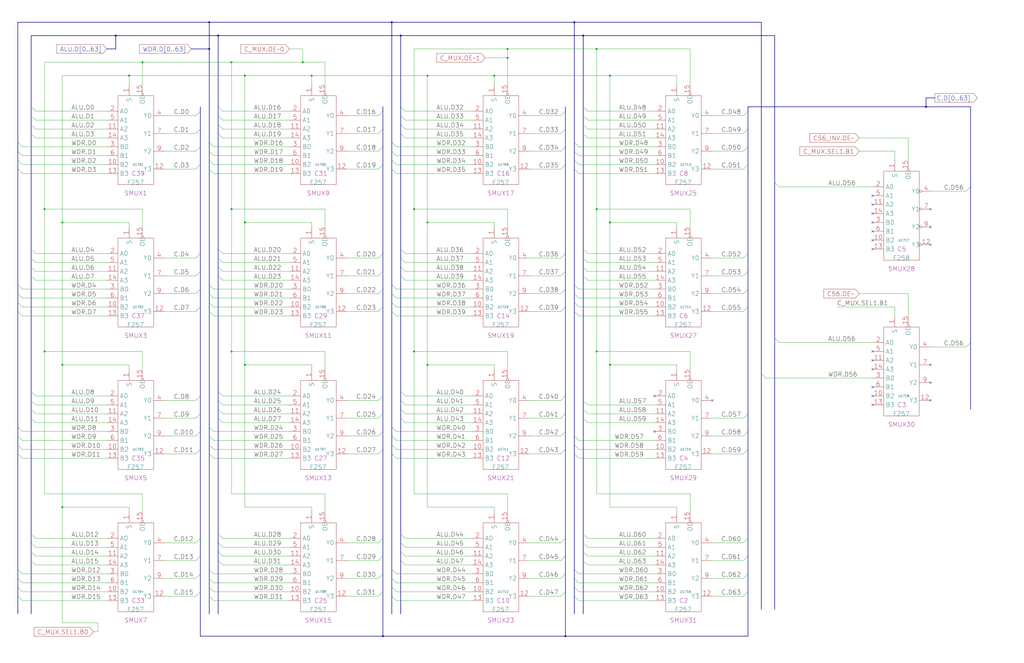
<source format=kicad_sch>
(kicad_sch (version 20221004) (generator eeschema)
  (paper "User" 584.2 378.46)
  (title_block (title "C SOURCE MUX") (date "15-MAR-90") (rev "1.0") (comment 1 "TYPE") (comment 2 "232-003062") (comment 3 "S400") (comment 4 "RELEASED"))
  (junction (at 81.28 35.56))
  (junction (at 347.98 127))
  (junction (at 243.84 127))
  (junction (at 289.56 27.94))
  (junction (at 243.84 43.18))
  (junction (at 139.7 43.18))
  (junction (at 332.74 20.32))
  (junction (at 289.56 33.02))
  (junction (at 347.98 208.28))
  (junction (at 218.44 363.22))
  (junction (at 35.56 127))
  (junction (at 25.4 200.66))
  (junction (at 119.38 27.94))
  (junction (at 340.36 27.94))
  (junction (at 73.66 43.18))
  (junction (at 177.8 43.18))
  (junction (at 340.36 119.38))
  (junction (at 119.38 12.7))
  (junction (at 243.84 208.28))
  (junction (at 132.08 200.66))
  (junction (at 327.66 12.7))
  (junction (at 228.6 20.32))
  (junction (at 25.4 119.38))
  (junction (at 172.72 35.56))
  (junction (at 347.98 43.18))
  (junction (at 139.7 208.28))
  (junction (at 322.58 363.22))
  (junction (at 281.94 43.18))
  (junction (at 528.32 60.96))
  (junction (at 223.52 12.7))
  (junction (at 35.56 289.56))
  (junction (at 340.36 200.66))
  (junction (at 35.56 208.28))
  (junction (at 132.08 119.38))
  (junction (at 124.46 20.32))
  (junction (at 132.08 35.56))
  (junction (at 236.22 119.38))
  (junction (at 66.04 20.32))
  (junction (at 139.7 127))
  (junction (at 236.22 200.66))
  (no_connect (at 497.84 111.76))
  (no_connect (at 497.84 142.24))
  (no_connect (at 373.38 226.06))
  (no_connect (at 497.84 137.16))
  (no_connect (at 373.38 246.38))
  (no_connect (at 530.86 129.54))
  (no_connect (at 497.84 200.66))
  (no_connect (at 530.86 119.38))
  (no_connect (at 530.86 139.7))
  (no_connect (at 497.84 220.98))
  (no_connect (at 530.86 228.6))
  (no_connect (at 497.84 231.14))
  (no_connect (at 497.84 121.92))
  (no_connect (at 497.84 132.08))
  (no_connect (at 530.86 218.44))
  (no_connect (at 497.84 127))
  (no_connect (at 530.86 208.28))
  (no_connect (at 497.84 116.84))
  (no_connect (at 497.84 210.82))
  (no_connect (at 497.84 205.74))
  (no_connect (at 406.4 228.6))
  (no_connect (at 497.84 226.06))
  (bus_entry (at 228.6 60.96) (size 2.54 2.54))
  (bus_entry (at 228.6 228.6) (size 2.54 2.54))
  (bus_entry (at 332.74 152.4) (size 2.54 2.54))
  (bus_entry (at 327.66 91.44) (size 2.54 2.54))
  (bus_entry (at 332.74 71.12) (size 2.54 2.54))
  (bus_entry (at 228.6 152.4) (size 2.54 2.54))
  (bus_entry (at 426.72 327.66) (size -2.54 2.54))
  (bus_entry (at 322.58 327.66) (size -2.54 2.54))
  (bus_entry (at 322.58 226.06) (size -2.54 2.54))
  (bus_entry (at 228.6 314.96) (size 2.54 2.54))
  (bus_entry (at 223.52 325.12) (size 2.54 2.54))
  (bus_entry (at 10.16 335.28) (size 2.54 2.54))
  (bus_entry (at 124.46 320.04) (size 2.54 2.54))
  (bus_entry (at 441.96 104.14) (size 2.54 2.54))
  (bus_entry (at 322.58 154.94) (size -2.54 2.54))
  (bus_entry (at 332.74 304.8) (size 2.54 2.54))
  (bus_entry (at 10.16 167.64) (size 2.54 2.54))
  (bus_entry (at 17.78 60.96) (size 2.54 2.54))
  (bus_entry (at 10.16 86.36) (size 2.54 2.54))
  (bus_entry (at 10.16 162.56) (size 2.54 2.54))
  (bus_entry (at 119.38 259.08) (size 2.54 2.54))
  (bus_entry (at 426.72 63.5) (size -2.54 2.54))
  (bus_entry (at 124.46 152.4) (size 2.54 2.54))
  (bus_entry (at 228.6 142.24) (size 2.54 2.54))
  (bus_entry (at 17.78 309.88) (size 2.54 2.54))
  (bus_entry (at 322.58 307.34) (size -2.54 2.54))
  (bus_entry (at 119.38 86.36) (size 2.54 2.54))
  (bus_entry (at 17.78 233.68) (size 2.54 2.54))
  (bus_entry (at 124.46 238.76) (size 2.54 2.54))
  (bus_entry (at 441.96 193.04) (size 2.54 2.54))
  (bus_entry (at 218.44 256.54) (size -2.54 2.54))
  (bus_entry (at 17.78 320.04) (size 2.54 2.54))
  (bus_entry (at 327.66 254) (size 2.54 2.54))
  (bus_entry (at 119.38 177.8) (size 2.54 2.54))
  (bus_entry (at 218.44 307.34) (size -2.54 2.54))
  (bus_entry (at 322.58 236.22) (size -2.54 2.54))
  (bus_entry (at 218.44 175.26) (size -2.54 2.54))
  (bus_entry (at 223.52 259.08) (size 2.54 2.54))
  (bus_entry (at 114.3 144.78) (size -2.54 2.54))
  (bus_entry (at 119.38 162.56) (size 2.54 2.54))
  (bus_entry (at 426.72 93.98) (size -2.54 2.54))
  (bus_entry (at 327.66 340.36) (size 2.54 2.54))
  (bus_entry (at 332.74 60.96) (size 2.54 2.54))
  (bus_entry (at 228.6 304.8) (size 2.54 2.54))
  (bus_entry (at 223.52 330.2) (size 2.54 2.54))
  (bus_entry (at 327.66 96.52) (size 2.54 2.54))
  (bus_entry (at 332.74 233.68) (size 2.54 2.54))
  (bus_entry (at 228.6 71.12) (size 2.54 2.54))
  (bus_entry (at 223.52 340.36) (size 2.54 2.54))
  (bus_entry (at 327.66 259.08) (size 2.54 2.54))
  (bus_entry (at 124.46 157.48) (size 2.54 2.54))
  (bus_entry (at 228.6 66.04) (size 2.54 2.54))
  (bus_entry (at 10.16 248.92) (size 2.54 2.54))
  (bus_entry (at 218.44 154.94) (size -2.54 2.54))
  (bus_entry (at 218.44 73.66) (size -2.54 2.54))
  (bus_entry (at 218.44 93.98) (size -2.54 2.54))
  (bus_entry (at 223.52 81.28) (size 2.54 2.54))
  (bus_entry (at 332.74 147.32) (size 2.54 2.54))
  (bus_entry (at 114.3 327.66) (size -2.54 2.54))
  (bus_entry (at 124.46 147.32) (size 2.54 2.54))
  (bus_entry (at 17.78 223.52) (size 2.54 2.54))
  (bus_entry (at 332.74 66.04) (size 2.54 2.54))
  (bus_entry (at 218.44 246.38) (size -2.54 2.54))
  (bus_entry (at 223.52 86.36) (size 2.54 2.54))
  (bus_entry (at 327.66 172.72) (size 2.54 2.54))
  (bus_entry (at 114.3 83.82) (size -2.54 2.54))
  (bus_entry (at 426.72 175.26) (size -2.54 2.54))
  (bus_entry (at 114.3 317.5) (size -2.54 2.54))
  (bus_entry (at 434.34 213.36) (size 2.54 2.54))
  (bus_entry (at 426.72 83.82) (size -2.54 2.54))
  (bus_entry (at 119.38 172.72) (size 2.54 2.54))
  (bus_entry (at 327.66 162.56) (size 2.54 2.54))
  (bus_entry (at 322.58 93.98) (size -2.54 2.54))
  (bus_entry (at 223.52 91.44) (size 2.54 2.54))
  (bus_entry (at 332.74 157.48) (size 2.54 2.54))
  (bus_entry (at 17.78 238.76) (size 2.54 2.54))
  (bus_entry (at 327.66 330.2) (size 2.54 2.54))
  (bus_entry (at 327.66 177.8) (size 2.54 2.54))
  (bus_entry (at 124.46 76.2) (size 2.54 2.54))
  (bus_entry (at 114.3 165.1) (size -2.54 2.54))
  (bus_entry (at 119.38 340.36) (size 2.54 2.54))
  (bus_entry (at 228.6 147.32) (size 2.54 2.54))
  (bus_entry (at 119.38 335.28) (size 2.54 2.54))
  (bus_entry (at 124.46 304.8) (size 2.54 2.54))
  (bus_entry (at 17.78 142.24) (size 2.54 2.54))
  (bus_entry (at 119.38 81.28) (size 2.54 2.54))
  (bus_entry (at 218.44 317.5) (size -2.54 2.54))
  (bus_entry (at 17.78 147.32) (size 2.54 2.54))
  (bus_entry (at 17.78 66.04) (size 2.54 2.54))
  (bus_entry (at 332.74 228.6) (size 2.54 2.54))
  (bus_entry (at 218.44 165.1) (size -2.54 2.54))
  (bus_entry (at 228.6 309.88) (size 2.54 2.54))
  (bus_entry (at 322.58 144.78) (size -2.54 2.54))
  (bus_entry (at 119.38 91.44) (size 2.54 2.54))
  (bus_entry (at 426.72 317.5) (size -2.54 2.54))
  (bus_entry (at 426.72 144.78) (size -2.54 2.54))
  (bus_entry (at 327.66 86.36) (size 2.54 2.54))
  (bus_entry (at 114.3 93.98) (size -2.54 2.54))
  (bus_entry (at 322.58 337.82) (size -2.54 2.54))
  (bus_entry (at 10.16 259.08) (size 2.54 2.54))
  (bus_entry (at 114.3 337.82) (size -2.54 2.54))
  (bus_entry (at 332.74 309.88) (size 2.54 2.54))
  (bus_entry (at 114.3 154.94) (size -2.54 2.54))
  (bus_entry (at 17.78 71.12) (size 2.54 2.54))
  (bus_entry (at 10.16 81.28) (size 2.54 2.54))
  (bus_entry (at 223.52 243.84) (size 2.54 2.54))
  (bus_entry (at 114.3 256.54) (size -2.54 2.54))
  (bus_entry (at 426.72 165.1) (size -2.54 2.54))
  (bus_entry (at 10.16 172.72) (size 2.54 2.54))
  (bus_entry (at 17.78 304.8) (size 2.54 2.54))
  (bus_entry (at 17.78 76.2) (size 2.54 2.54))
  (bus_entry (at 322.58 256.54) (size -2.54 2.54))
  (bus_entry (at 119.38 330.2) (size 2.54 2.54))
  (bus_entry (at 426.72 236.22) (size -2.54 2.54))
  (bus_entry (at 322.58 63.5) (size -2.54 2.54))
  (bus_entry (at 426.72 73.66) (size -2.54 2.54))
  (bus_entry (at 218.44 144.78) (size -2.54 2.54))
  (bus_entry (at 10.16 243.84) (size 2.54 2.54))
  (bus_entry (at 223.52 167.64) (size 2.54 2.54))
  (bus_entry (at 10.16 91.44) (size 2.54 2.54))
  (bus_entry (at 124.46 228.6) (size 2.54 2.54))
  (bus_entry (at 223.52 254) (size 2.54 2.54))
  (bus_entry (at 10.16 254) (size 2.54 2.54))
  (bus_entry (at 426.72 256.54) (size -2.54 2.54))
  (bus_entry (at 114.3 175.26) (size -2.54 2.54))
  (bus_entry (at 553.72 106.68) (size -2.54 2.54))
  (bus_entry (at 322.58 83.82) (size -2.54 2.54))
  (bus_entry (at 322.58 175.26) (size -2.54 2.54))
  (bus_entry (at 332.74 142.24) (size 2.54 2.54))
  (bus_entry (at 124.46 142.24) (size 2.54 2.54))
  (bus_entry (at 223.52 177.8) (size 2.54 2.54))
  (bus_entry (at 10.16 177.8) (size 2.54 2.54))
  (bus_entry (at 114.3 236.22) (size -2.54 2.54))
  (bus_entry (at 228.6 320.04) (size 2.54 2.54))
  (bus_entry (at 223.52 96.52) (size 2.54 2.54))
  (bus_entry (at 114.3 226.06) (size -2.54 2.54))
  (bus_entry (at 114.3 73.66) (size -2.54 2.54))
  (bus_entry (at 218.44 327.66) (size -2.54 2.54))
  (bus_entry (at 119.38 248.92) (size 2.54 2.54))
  (bus_entry (at 327.66 81.28) (size 2.54 2.54))
  (bus_entry (at 10.16 96.52) (size 2.54 2.54))
  (bus_entry (at 327.66 167.64) (size 2.54 2.54))
  (bus_entry (at 10.16 325.12) (size 2.54 2.54))
  (bus_entry (at 322.58 317.5) (size -2.54 2.54))
  (bus_entry (at 119.38 254) (size 2.54 2.54))
  (bus_entry (at 327.66 248.92) (size 2.54 2.54))
  (bus_entry (at 322.58 165.1) (size -2.54 2.54))
  (bus_entry (at 17.78 314.96) (size 2.54 2.54))
  (bus_entry (at 10.16 330.2) (size 2.54 2.54))
  (bus_entry (at 228.6 76.2) (size 2.54 2.54))
  (bus_entry (at 218.44 337.82) (size -2.54 2.54))
  (bus_entry (at 327.66 335.28) (size 2.54 2.54))
  (bus_entry (at 124.46 71.12) (size 2.54 2.54))
  (bus_entry (at 119.38 243.84) (size 2.54 2.54))
  (bus_entry (at 119.38 167.64) (size 2.54 2.54))
  (bus_entry (at 223.52 162.56) (size 2.54 2.54))
  (bus_entry (at 322.58 73.66) (size -2.54 2.54))
  (bus_entry (at 228.6 223.52) (size 2.54 2.54))
  (bus_entry (at 426.72 246.38) (size -2.54 2.54))
  (bus_entry (at 332.74 320.04) (size 2.54 2.54))
  (bus_entry (at 218.44 226.06) (size -2.54 2.54))
  (bus_entry (at 223.52 172.72) (size 2.54 2.54))
  (bus_entry (at 426.72 154.94) (size -2.54 2.54))
  (bus_entry (at 332.74 76.2) (size 2.54 2.54))
  (bus_entry (at 124.46 66.04) (size 2.54 2.54))
  (bus_entry (at 426.72 307.34) (size -2.54 2.54))
  (bus_entry (at 327.66 325.12) (size 2.54 2.54))
  (bus_entry (at 322.58 246.38) (size -2.54 2.54))
  (bus_entry (at 228.6 238.76) (size 2.54 2.54))
  (bus_entry (at 17.78 157.48) (size 2.54 2.54))
  (bus_entry (at 426.72 337.82) (size -2.54 2.54))
  (bus_entry (at 332.74 314.96) (size 2.54 2.54))
  (bus_entry (at 228.6 157.48) (size 2.54 2.54))
  (bus_entry (at 114.3 307.34) (size -2.54 2.54))
  (bus_entry (at 332.74 238.76) (size 2.54 2.54))
  (bus_entry (at 17.78 152.4) (size 2.54 2.54))
  (bus_entry (at 124.46 223.52) (size 2.54 2.54))
  (bus_entry (at 218.44 63.5) (size -2.54 2.54))
  (bus_entry (at 223.52 335.28) (size 2.54 2.54))
  (bus_entry (at 218.44 236.22) (size -2.54 2.54))
  (bus_entry (at 218.44 83.82) (size -2.54 2.54))
  (bus_entry (at 553.72 195.58) (size -2.54 2.54))
  (bus_entry (at 119.38 96.52) (size 2.54 2.54))
  (bus_entry (at 223.52 248.92) (size 2.54 2.54))
  (bus_entry (at 124.46 233.68) (size 2.54 2.54))
  (bus_entry (at 228.6 233.68) (size 2.54 2.54))
  (bus_entry (at 17.78 228.6) (size 2.54 2.54))
  (bus_entry (at 114.3 246.38) (size -2.54 2.54))
  (bus_entry (at 124.46 314.96) (size 2.54 2.54))
  (bus_entry (at 124.46 309.88) (size 2.54 2.54))
  (bus_entry (at 10.16 340.36) (size 2.54 2.54))
  (bus_entry (at 124.46 60.96) (size 2.54 2.54))
  (bus_entry (at 114.3 63.5) (size -2.54 2.54))
  (bus_entry (at 119.38 325.12) (size 2.54 2.54))
  (wire (pts (xy 406.4 147.32) (xy 424.18 147.32)))
  (wire (pts (xy 93.98 66.04) (xy 111.76 66.04)))
  (bus (pts (xy 10.16 81.28) (xy 10.16 86.36)))
  (wire (pts (xy 231.14 78.74) (xy 269.24 78.74)))
  (bus (pts (xy 10.16 248.92) (xy 10.16 254)))
  (bus (pts (xy 124.46 76.2) (xy 124.46 142.24)))
  (wire (pts (xy 12.7 261.62) (xy 60.96 261.62)))
  (bus (pts (xy 124.46 152.4) (xy 124.46 157.48)))
  (bus (pts (xy 17.78 66.04) (xy 17.78 71.12)))
  (wire (pts (xy 12.7 93.98) (xy 60.96 93.98)))
  (bus (pts (xy 223.52 325.12) (xy 223.52 330.2)))
  (wire (pts (xy 335.28 231.14) (xy 373.38 231.14)))
  (wire (pts (xy 236.22 281.94) (xy 289.56 281.94)))
  (bus (pts (xy 223.52 177.8) (xy 223.52 243.84)))
  (wire (pts (xy 20.32 154.94) (xy 60.96 154.94)))
  (wire (pts (xy 226.06 342.9) (xy 269.24 342.9)))
  (bus (pts (xy 441.96 193.04) (xy 441.96 347.98)))
  (bus (pts (xy 119.38 259.08) (xy 119.38 325.12)))
  (bus (pts (xy 426.72 236.22) (xy 426.72 246.38)))
  (wire (pts (xy 73.66 129.54) (xy 73.66 127)))
  (wire (pts (xy 20.32 144.78) (xy 60.96 144.78)))
  (bus (pts (xy 218.44 93.98) (xy 218.44 144.78)))
  (wire (pts (xy 510.54 180.34) (xy 510.54 175.26)))
  (bus (pts (xy 10.16 12.7) (xy 10.16 81.28)))
  (wire (pts (xy 121.92 180.34) (xy 165.1 180.34)))
  (bus (pts (xy 10.16 259.08) (xy 10.16 325.12)))
  (bus (pts (xy 124.46 233.68) (xy 124.46 238.76)))
  (wire (pts (xy 35.56 43.18) (xy 73.66 43.18)))
  (wire (pts (xy 347.98 127) (xy 347.98 208.28)))
  (bus (pts (xy 223.52 81.28) (xy 223.52 86.36)))
  (wire (pts (xy 226.06 327.66) (xy 269.24 327.66)))
  (bus (pts (xy 218.44 165.1) (xy 218.44 175.26)))
  (wire (pts (xy 236.22 119.38) (xy 236.22 200.66)))
  (wire (pts (xy 139.7 43.18) (xy 139.7 127)))
  (wire (pts (xy 226.06 261.62) (xy 269.24 261.62)))
  (bus (pts (xy 553.72 195.58) (xy 553.72 233.68)))
  (wire (pts (xy 93.98 96.52) (xy 111.76 96.52)))
  (bus (pts (xy 228.6 320.04) (xy 228.6 350.52)))
  (bus (pts (xy 322.58 144.78) (xy 322.58 154.94)))
  (wire (pts (xy 185.42 210.82) (xy 185.42 200.66)))
  (wire (pts (xy 165.1 27.94) (xy 172.72 27.94)))
  (wire (pts (xy 281.94 292.1) (xy 281.94 289.56)))
  (wire (pts (xy 243.84 43.18) (xy 243.84 127)))
  (wire (pts (xy 335.28 241.3) (xy 373.38 241.3)))
  (wire (pts (xy 185.42 129.54) (xy 185.42 119.38)))
  (wire (pts (xy 198.12 238.76) (xy 215.9 238.76)))
  (wire (pts (xy 185.42 48.26) (xy 185.42 35.56)))
  (bus (pts (xy 332.74 304.8) (xy 332.74 309.88)))
  (wire (pts (xy 12.7 165.1) (xy 60.96 165.1)))
  (wire (pts (xy 347.98 208.28) (xy 386.08 208.28)))
  (wire (pts (xy 12.7 337.82) (xy 60.96 337.82)))
  (bus (pts (xy 17.78 304.8) (xy 17.78 309.88)))
  (wire (pts (xy 386.08 210.82) (xy 386.08 208.28)))
  (wire (pts (xy 330.2 99.06) (xy 373.38 99.06)))
  (wire (pts (xy 330.2 261.62) (xy 373.38 261.62)))
  (bus (pts (xy 327.66 248.92) (xy 327.66 254)))
  (wire (pts (xy 226.06 99.06) (xy 269.24 99.06)))
  (wire (pts (xy 198.12 147.32) (xy 215.9 147.32)))
  (wire (pts (xy 93.98 228.6) (xy 111.76 228.6)))
  (wire (pts (xy 121.92 175.26) (xy 165.1 175.26)))
  (wire (pts (xy 121.92 261.62) (xy 165.1 261.62)))
  (bus (pts (xy 114.3 165.1) (xy 114.3 175.26)))
  (bus (pts (xy 426.72 83.82) (xy 426.72 93.98)))
  (bus (pts (xy 17.78 152.4) (xy 17.78 157.48)))
  (bus (pts (xy 10.16 96.52) (xy 10.16 162.56)))
  (bus (pts (xy 223.52 12.7) (xy 327.66 12.7)))
  (wire (pts (xy 93.98 259.08) (xy 111.76 259.08)))
  (wire (pts (xy 73.66 43.18) (xy 139.7 43.18)))
  (wire (pts (xy 226.06 246.38) (xy 269.24 246.38)))
  (wire (pts (xy 127 322.58) (xy 165.1 322.58)))
  (bus (pts (xy 332.74 71.12) (xy 332.74 76.2)))
  (bus (pts (xy 332.74 76.2) (xy 332.74 142.24)))
  (wire (pts (xy 121.92 93.98) (xy 165.1 93.98)))
  (wire (pts (xy 406.4 259.08) (xy 424.18 259.08)))
  (wire (pts (xy 518.16 91.44) (xy 518.16 78.74)))
  (bus (pts (xy 119.38 167.64) (xy 119.38 172.72)))
  (wire (pts (xy 198.12 66.04) (xy 215.9 66.04)))
  (wire (pts (xy 236.22 27.94) (xy 289.56 27.94)))
  (wire (pts (xy 289.56 292.1) (xy 289.56 281.94)))
  (bus (pts (xy 228.6 304.8) (xy 228.6 309.88)))
  (bus (pts (xy 322.58 317.5) (xy 322.58 327.66)))
  (wire (pts (xy 330.2 170.18) (xy 373.38 170.18)))
  (wire (pts (xy 330.2 327.66) (xy 373.38 327.66)))
  (wire (pts (xy 406.4 76.2) (xy 424.18 76.2)))
  (bus (pts (xy 327.66 91.44) (xy 327.66 96.52)))
  (bus (pts (xy 228.6 20.32) (xy 332.74 20.32)))
  (bus (pts (xy 426.72 175.26) (xy 426.72 236.22)))
  (bus (pts (xy 17.78 238.76) (xy 17.78 304.8)))
  (bus (pts (xy 119.38 248.92) (xy 119.38 254)))
  (bus (pts (xy 426.72 63.5) (xy 426.72 73.66)))
  (wire (pts (xy 231.14 149.86) (xy 269.24 149.86)))
  (wire (pts (xy 302.26 238.76) (xy 320.04 238.76)))
  (bus (pts (xy 17.78 142.24) (xy 17.78 147.32)))
  (wire (pts (xy 236.22 119.38) (xy 289.56 119.38)))
  (wire (pts (xy 406.4 167.64) (xy 424.18 167.64)))
  (bus (pts (xy 10.16 12.7) (xy 119.38 12.7)))
  (wire (pts (xy 172.72 35.56) (xy 185.42 35.56)))
  (wire (pts (xy 20.32 160.02) (xy 60.96 160.02)))
  (bus (pts (xy 119.38 27.94) (xy 119.38 81.28)))
  (bus (pts (xy 10.16 86.36) (xy 10.16 91.44)))
  (bus (pts (xy 218.44 60.96) (xy 218.44 63.5)))
  (bus (pts (xy 228.6 223.52) (xy 228.6 228.6)))
  (wire (pts (xy 330.2 175.26) (xy 373.38 175.26)))
  (bus (pts (xy 322.58 154.94) (xy 322.58 165.1)))
  (bus (pts (xy 426.72 93.98) (xy 426.72 144.78)))
  (bus (pts (xy 322.58 83.82) (xy 322.58 93.98)))
  (bus (pts (xy 332.74 20.32) (xy 332.74 60.96)))
  (wire (pts (xy 393.7 292.1) (xy 393.7 281.94)))
  (bus (pts (xy 223.52 335.28) (xy 223.52 340.36)))
  (bus (pts (xy 119.38 81.28) (xy 119.38 86.36)))
  (bus (pts (xy 218.44 337.82) (xy 218.44 363.22)))
  (wire (pts (xy 386.08 48.26) (xy 386.08 43.18)))
  (wire (pts (xy 386.08 129.54) (xy 386.08 127)))
  (wire (pts (xy 436.88 215.9) (xy 497.84 215.9)))
  (bus (pts (xy 322.58 73.66) (xy 322.58 83.82)))
  (wire (pts (xy 406.4 177.8) (xy 424.18 177.8)))
  (bus (pts (xy 327.66 325.12) (xy 327.66 330.2)))
  (bus (pts (xy 441.96 104.14) (xy 441.96 193.04)))
  (bus (pts (xy 218.44 327.66) (xy 218.44 337.82)))
  (bus (pts (xy 10.16 177.8) (xy 10.16 243.84)))
  (wire (pts (xy 302.26 340.36) (xy 320.04 340.36)))
  (bus (pts (xy 327.66 96.52) (xy 327.66 162.56)))
  (bus (pts (xy 17.78 147.32) (xy 17.78 152.4)))
  (wire (pts (xy 302.26 96.52) (xy 320.04 96.52)))
  (bus (pts (xy 218.44 73.66) (xy 218.44 83.82)))
  (bus (pts (xy 114.3 144.78) (xy 114.3 154.94)))
  (bus (pts (xy 228.6 66.04) (xy 228.6 71.12)))
  (bus (pts (xy 10.16 325.12) (xy 10.16 330.2)))
  (bus (pts (xy 228.6 76.2) (xy 228.6 142.24)))
  (wire (pts (xy 177.8 129.54) (xy 177.8 127)))
  (wire (pts (xy 226.06 256.54) (xy 269.24 256.54)))
  (bus (pts (xy 17.78 228.6) (xy 17.78 233.68)))
  (wire (pts (xy 231.14 236.22) (xy 269.24 236.22)))
  (bus (pts (xy 114.3 226.06) (xy 114.3 236.22)))
  (bus (pts (xy 17.78 223.52) (xy 17.78 228.6)))
  (wire (pts (xy 198.12 177.8) (xy 215.9 177.8)))
  (wire (pts (xy 127 160.02) (xy 165.1 160.02)))
  (wire (pts (xy 139.7 43.18) (xy 177.8 43.18)))
  (bus (pts (xy 60.96 27.94) (xy 66.04 27.94)))
  (bus (pts (xy 17.78 309.88) (xy 17.78 314.96)))
  (wire (pts (xy 226.06 170.18) (xy 269.24 170.18)))
  (wire (pts (xy 231.14 63.5) (xy 269.24 63.5)))
  (wire (pts (xy 302.26 157.48) (xy 320.04 157.48)))
  (wire (pts (xy 393.7 210.82) (xy 393.7 200.66)))
  (wire (pts (xy 35.56 127) (xy 73.66 127)))
  (wire (pts (xy 330.2 165.1) (xy 373.38 165.1)))
  (wire (pts (xy 226.06 337.82) (xy 269.24 337.82)))
  (wire (pts (xy 35.56 289.56) (xy 73.66 289.56)))
  (wire (pts (xy 12.7 342.9) (xy 60.96 342.9)))
  (wire (pts (xy 198.12 167.64) (xy 215.9 167.64)))
  (bus (pts (xy 223.52 91.44) (xy 223.52 96.52)))
  (wire (pts (xy 281.94 210.82) (xy 281.94 208.28)))
  (bus (pts (xy 528.32 60.96) (xy 426.72 60.96)))
  (wire (pts (xy 330.2 83.82) (xy 373.38 83.82)))
  (wire (pts (xy 335.28 78.74) (xy 373.38 78.74)))
  (bus (pts (xy 327.66 177.8) (xy 327.66 248.92)))
  (wire (pts (xy 177.8 43.18) (xy 243.84 43.18)))
  (bus (pts (xy 124.46 304.8) (xy 124.46 309.88)))
  (bus (pts (xy 114.3 256.54) (xy 114.3 307.34)))
  (bus (pts (xy 322.58 63.5) (xy 322.58 73.66)))
  (bus (pts (xy 114.3 73.66) (xy 114.3 83.82)))
  (bus (pts (xy 124.46 309.88) (xy 124.46 314.96)))
  (bus (pts (xy 114.3 363.22) (xy 218.44 363.22)))
  (bus (pts (xy 114.3 307.34) (xy 114.3 317.5)))
  (wire (pts (xy 93.98 86.36) (xy 111.76 86.36)))
  (wire (pts (xy 25.4 281.94) (xy 81.28 281.94)))
  (wire (pts (xy 226.06 332.74) (xy 269.24 332.74)))
  (bus (pts (xy 17.78 320.04) (xy 17.78 350.52)))
  (wire (pts (xy 20.32 63.5) (xy 60.96 63.5)))
  (bus (pts (xy 114.3 63.5) (xy 114.3 73.66)))
  (wire (pts (xy 12.7 83.82) (xy 60.96 83.82)))
  (wire (pts (xy 12.7 99.06) (xy 60.96 99.06)))
  (bus (pts (xy 114.3 175.26) (xy 114.3 226.06)))
  (wire (pts (xy 231.14 68.58) (xy 269.24 68.58)))
  (wire (pts (xy 393.7 129.54) (xy 393.7 119.38)))
  (wire (pts (xy 347.98 43.18) (xy 347.98 127)))
  (bus (pts (xy 332.74 320.04) (xy 332.74 350.52)))
  (bus (pts (xy 332.74 238.76) (xy 332.74 304.8)))
  (wire (pts (xy 93.98 177.8) (xy 111.76 177.8)))
  (wire (pts (xy 243.84 43.18) (xy 281.94 43.18)))
  (bus (pts (xy 332.74 157.48) (xy 332.74 228.6)))
  (wire (pts (xy 335.28 236.22) (xy 373.38 236.22)))
  (bus (pts (xy 426.72 60.96) (xy 426.72 63.5)))
  (wire (pts (xy 243.84 127) (xy 243.84 208.28)))
  (bus (pts (xy 322.58 93.98) (xy 322.58 144.78)))
  (bus (pts (xy 17.78 314.96) (xy 17.78 320.04)))
  (wire (pts (xy 518.16 78.74) (xy 490.22 78.74)))
  (wire (pts (xy 302.26 259.08) (xy 320.04 259.08)))
  (wire (pts (xy 302.26 177.8) (xy 320.04 177.8)))
  (wire (pts (xy 510.54 86.36) (xy 490.22 86.36)))
  (bus (pts (xy 441.96 20.32) (xy 332.74 20.32)))
  (wire (pts (xy 73.66 48.26) (xy 73.66 43.18)))
  (wire (pts (xy 335.28 149.86) (xy 373.38 149.86)))
  (wire (pts (xy 530.86 198.12) (xy 551.18 198.12)))
  (bus (pts (xy 322.58 327.66) (xy 322.58 337.82)))
  (wire (pts (xy 302.26 320.04) (xy 320.04 320.04)))
  (bus (pts (xy 10.16 91.44) (xy 10.16 96.52)))
  (bus (pts (xy 332.74 60.96) (xy 332.74 66.04)))
  (wire (pts (xy 12.7 246.38) (xy 60.96 246.38)))
  (bus (pts (xy 223.52 254) (xy 223.52 259.08)))
  (wire (pts (xy 139.7 208.28) (xy 139.7 289.56)))
  (wire (pts (xy 20.32 78.74) (xy 60.96 78.74)))
  (bus (pts (xy 119.38 162.56) (xy 119.38 167.64)))
  (wire (pts (xy 302.26 228.6) (xy 320.04 228.6)))
  (bus (pts (xy 119.38 12.7) (xy 223.52 12.7)))
  (wire (pts (xy 20.32 322.58) (xy 60.96 322.58)))
  (bus (pts (xy 322.58 307.34) (xy 322.58 317.5)))
  (wire (pts (xy 289.56 33.02) (xy 289.56 27.94)))
  (wire (pts (xy 81.28 210.82) (xy 81.28 200.66)))
  (bus (pts (xy 553.72 60.96) (xy 553.72 106.68)))
  (wire (pts (xy 81.28 48.26) (xy 81.28 35.56)))
  (bus (pts (xy 228.6 309.88) (xy 228.6 314.96)))
  (wire (pts (xy 302.26 86.36) (xy 320.04 86.36)))
  (wire (pts (xy 335.28 322.58) (xy 373.38 322.58)))
  (wire (pts (xy 198.12 320.04) (xy 215.9 320.04)))
  (wire (pts (xy 406.4 309.88) (xy 424.18 309.88)))
  (bus (pts (xy 533.4 55.88) (xy 528.32 55.88)))
  (bus (pts (xy 119.38 12.7) (xy 119.38 27.94)))
  (wire (pts (xy 243.84 208.28) (xy 243.84 289.56)))
  (bus (pts (xy 426.72 327.66) (xy 426.72 337.82)))
  (bus (pts (xy 17.78 157.48) (xy 17.78 223.52)))
  (bus (pts (xy 10.16 243.84) (xy 10.16 248.92)))
  (wire (pts (xy 198.12 157.48) (xy 215.9 157.48)))
  (bus (pts (xy 114.3 317.5) (xy 114.3 327.66)))
  (bus (pts (xy 332.74 228.6) (xy 332.74 233.68)))
  (bus (pts (xy 426.72 73.66) (xy 426.72 83.82)))
  (wire (pts (xy 289.56 27.94) (xy 340.36 27.94)))
  (wire (pts (xy 139.7 208.28) (xy 177.8 208.28)))
  (bus (pts (xy 119.38 96.52) (xy 119.38 162.56)))
  (wire (pts (xy 12.7 175.26) (xy 60.96 175.26)))
  (wire (pts (xy 406.4 96.52) (xy 424.18 96.52)))
  (bus (pts (xy 426.72 246.38) (xy 426.72 256.54)))
  (bus (pts (xy 218.44 144.78) (xy 218.44 154.94)))
  (wire (pts (xy 335.28 154.94) (xy 373.38 154.94)))
  (bus (pts (xy 124.46 147.32) (xy 124.46 152.4)))
  (wire (pts (xy 132.08 119.38) (xy 132.08 200.66)))
  (wire (pts (xy 93.98 147.32) (xy 111.76 147.32)))
  (wire (pts (xy 406.4 330.2) (xy 424.18 330.2)))
  (wire (pts (xy 127 241.3) (xy 165.1 241.3)))
  (wire (pts (xy 406.4 320.04) (xy 424.18 320.04)))
  (bus (pts (xy 124.46 238.76) (xy 124.46 304.8)))
  (bus (pts (xy 228.6 142.24) (xy 228.6 147.32)))
  (wire (pts (xy 226.06 83.82) (xy 269.24 83.82)))
  (bus (pts (xy 228.6 228.6) (xy 228.6 233.68)))
  (wire (pts (xy 132.08 35.56) (xy 172.72 35.56)))
  (wire (pts (xy 121.92 88.9) (xy 165.1 88.9)))
  (bus (pts (xy 327.66 167.64) (xy 327.66 172.72)))
  (wire (pts (xy 243.84 127) (xy 281.94 127)))
  (bus (pts (xy 124.46 314.96) (xy 124.46 320.04)))
  (bus (pts (xy 322.58 60.96) (xy 322.58 63.5)))
  (wire (pts (xy 177.8 210.82) (xy 177.8 208.28)))
  (wire (pts (xy 35.56 355.6) (xy 55.88 355.6)))
  (wire (pts (xy 127 231.14) (xy 165.1 231.14)))
  (wire (pts (xy 93.98 340.36) (xy 111.76 340.36)))
  (wire (pts (xy 276.86 33.02) (xy 289.56 33.02)))
  (wire (pts (xy 20.32 73.66) (xy 60.96 73.66)))
  (wire (pts (xy 335.28 73.66) (xy 373.38 73.66)))
  (wire (pts (xy 132.08 281.94) (xy 185.42 281.94)))
  (wire (pts (xy 93.98 76.2) (xy 111.76 76.2)))
  (wire (pts (xy 198.12 340.36) (xy 215.9 340.36)))
  (wire (pts (xy 347.98 127) (xy 386.08 127)))
  (wire (pts (xy 302.26 167.64) (xy 320.04 167.64)))
  (bus (pts (xy 114.3 93.98) (xy 114.3 144.78)))
  (bus (pts (xy 119.38 172.72) (xy 119.38 177.8)))
  (wire (pts (xy 121.92 170.18) (xy 165.1 170.18)))
  (bus (pts (xy 119.38 86.36) (xy 119.38 91.44)))
  (wire (pts (xy 198.12 248.92) (xy 215.9 248.92)))
  (bus (pts (xy 218.44 307.34) (xy 218.44 317.5)))
  (bus (pts (xy 119.38 330.2) (xy 119.38 335.28)))
  (bus (pts (xy 228.6 60.96) (xy 228.6 66.04)))
  (bus (pts (xy 119.38 243.84) (xy 119.38 248.92)))
  (wire (pts (xy 93.98 248.92) (xy 111.76 248.92)))
  (bus (pts (xy 441.96 20.32) (xy 441.96 104.14)))
  (wire (pts (xy 121.92 83.82) (xy 165.1 83.82)))
  (bus (pts (xy 322.58 363.22) (xy 426.72 363.22)))
  (bus (pts (xy 66.04 27.94) (xy 66.04 20.32)))
  (wire (pts (xy 132.08 200.66) (xy 132.08 281.94)))
  (wire (pts (xy 35.56 208.28) (xy 73.66 208.28)))
  (bus (pts (xy 223.52 330.2) (xy 223.52 335.28)))
  (wire (pts (xy 12.7 256.54) (xy 60.96 256.54)))
  (wire (pts (xy 93.98 167.64) (xy 111.76 167.64)))
  (wire (pts (xy 335.28 68.58) (xy 373.38 68.58)))
  (bus (pts (xy 10.16 330.2) (xy 10.16 335.28)))
  (bus (pts (xy 223.52 243.84) (xy 223.52 248.92)))
  (wire (pts (xy 127 307.34) (xy 165.1 307.34)))
  (bus (pts (xy 434.34 12.7) (xy 327.66 12.7)))
  (wire (pts (xy 302.26 66.04) (xy 320.04 66.04)))
  (wire (pts (xy 198.12 259.08) (xy 215.9 259.08)))
  (wire (pts (xy 132.08 200.66) (xy 185.42 200.66)))
  (wire (pts (xy 35.56 289.56) (xy 35.56 355.6)))
  (wire (pts (xy 330.2 337.82) (xy 373.38 337.82)))
  (wire (pts (xy 20.32 231.14) (xy 60.96 231.14)))
  (wire (pts (xy 81.28 292.1) (xy 81.28 281.94)))
  (bus (pts (xy 119.38 325.12) (xy 119.38 330.2)))
  (bus (pts (xy 218.44 317.5) (xy 218.44 327.66)))
  (wire (pts (xy 226.06 180.34) (xy 269.24 180.34)))
  (wire (pts (xy 444.5 195.58) (xy 497.84 195.58)))
  (wire (pts (xy 127 154.94) (xy 165.1 154.94)))
  (bus (pts (xy 17.78 233.68) (xy 17.78 238.76)))
  (bus (pts (xy 119.38 254) (xy 119.38 259.08)))
  (wire (pts (xy 20.32 236.22) (xy 60.96 236.22)))
  (bus (pts (xy 114.3 236.22) (xy 114.3 246.38)))
  (wire (pts (xy 35.56 43.18) (xy 35.56 127)))
  (wire (pts (xy 12.7 180.34) (xy 60.96 180.34)))
  (wire (pts (xy 335.28 312.42) (xy 373.38 312.42)))
  (bus (pts (xy 10.16 162.56) (xy 10.16 167.64)))
  (bus (pts (xy 218.44 83.82) (xy 218.44 93.98)))
  (bus (pts (xy 327.66 340.36) (xy 327.66 350.52)))
  (wire (pts (xy 302.26 248.92) (xy 320.04 248.92)))
  (wire (pts (xy 335.28 317.5) (xy 373.38 317.5)))
  (wire (pts (xy 25.4 35.56) (xy 25.4 119.38)))
  (bus (pts (xy 17.78 76.2) (xy 17.78 142.24)))
  (bus (pts (xy 322.58 226.06) (xy 322.58 236.22)))
  (wire (pts (xy 231.14 231.14) (xy 269.24 231.14)))
  (wire (pts (xy 198.12 96.52) (xy 215.9 96.52)))
  (wire (pts (xy 127 149.86) (xy 165.1 149.86)))
  (bus (pts (xy 223.52 340.36) (xy 223.52 350.52)))
  (wire (pts (xy 12.7 88.9) (xy 60.96 88.9)))
  (wire (pts (xy 127 317.5) (xy 165.1 317.5)))
  (bus (pts (xy 332.74 233.68) (xy 332.74 238.76)))
  (wire (pts (xy 25.4 35.56) (xy 81.28 35.56)))
  (wire (pts (xy 236.22 27.94) (xy 236.22 119.38)))
  (wire (pts (xy 93.98 330.2) (xy 111.76 330.2)))
  (wire (pts (xy 340.36 119.38) (xy 340.36 200.66)))
  (wire (pts (xy 347.98 43.18) (xy 386.08 43.18)))
  (wire (pts (xy 177.8 48.26) (xy 177.8 43.18)))
  (bus (pts (xy 124.46 71.12) (xy 124.46 76.2)))
  (bus (pts (xy 218.44 363.22) (xy 322.58 363.22)))
  (wire (pts (xy 198.12 330.2) (xy 215.9 330.2)))
  (bus (pts (xy 218.44 175.26) (xy 218.44 226.06)))
  (wire (pts (xy 127 144.78) (xy 165.1 144.78)))
  (bus (pts (xy 124.46 66.04) (xy 124.46 71.12)))
  (wire (pts (xy 121.92 337.82) (xy 165.1 337.82)))
  (wire (pts (xy 20.32 149.86) (xy 60.96 149.86)))
  (bus (pts (xy 426.72 165.1) (xy 426.72 175.26)))
  (bus (pts (xy 114.3 327.66) (xy 114.3 337.82)))
  (bus (pts (xy 228.6 233.68) (xy 228.6 238.76)))
  (wire (pts (xy 198.12 76.2) (xy 215.9 76.2)))
  (wire (pts (xy 25.4 200.66) (xy 25.4 281.94)))
  (wire (pts (xy 198.12 86.36) (xy 215.9 86.36)))
  (wire (pts (xy 139.7 289.56) (xy 177.8 289.56)))
  (wire (pts (xy 289.56 210.82) (xy 289.56 200.66)))
  (bus (pts (xy 322.58 175.26) (xy 322.58 226.06)))
  (wire (pts (xy 121.92 99.06) (xy 165.1 99.06)))
  (bus (pts (xy 223.52 86.36) (xy 223.52 91.44)))
  (wire (pts (xy 231.14 312.42) (xy 269.24 312.42)))
  (wire (pts (xy 406.4 340.36) (xy 424.18 340.36)))
  (bus (pts (xy 114.3 246.38) (xy 114.3 256.54)))
  (bus (pts (xy 218.44 256.54) (xy 218.44 307.34)))
  (bus (pts (xy 434.34 12.7) (xy 434.34 213.36)))
  (bus (pts (xy 119.38 91.44) (xy 119.38 96.52)))
  (wire (pts (xy 231.14 322.58) (xy 269.24 322.58)))
  (bus (pts (xy 218.44 246.38) (xy 218.44 256.54)))
  (wire (pts (xy 231.14 73.66) (xy 269.24 73.66)))
  (wire (pts (xy 340.36 281.94) (xy 393.7 281.94)))
  (wire (pts (xy 177.8 292.1) (xy 177.8 289.56)))
  (bus (pts (xy 327.66 81.28) (xy 327.66 86.36)))
  (bus (pts (xy 119.38 177.8) (xy 119.38 243.84)))
  (wire (pts (xy 281.94 129.54) (xy 281.94 127)))
  (wire (pts (xy 198.12 228.6) (xy 215.9 228.6)))
  (wire (pts (xy 510.54 91.44) (xy 510.54 86.36)))
  (wire (pts (xy 198.12 309.88) (xy 215.9 309.88)))
  (wire (pts (xy 20.32 312.42) (xy 60.96 312.42)))
  (bus (pts (xy 332.74 314.96) (xy 332.74 320.04)))
  (bus (pts (xy 327.66 330.2) (xy 327.66 335.28)))
  (bus (pts (xy 327.66 162.56) (xy 327.66 167.64)))
  (bus (pts (xy 124.46 157.48) (xy 124.46 223.52)))
  (bus (pts (xy 223.52 162.56) (xy 223.52 167.64)))
  (wire (pts (xy 393.7 48.26) (xy 393.7 27.94)))
  (wire (pts (xy 121.92 256.54) (xy 165.1 256.54)))
  (wire (pts (xy 12.7 251.46) (xy 60.96 251.46)))
  (bus (pts (xy 332.74 152.4) (xy 332.74 157.48)))
  (wire (pts (xy 132.08 119.38) (xy 185.42 119.38)))
  (wire (pts (xy 127 236.22) (xy 165.1 236.22)))
  (wire (pts (xy 302.26 330.2) (xy 320.04 330.2)))
  (bus (pts (xy 17.78 60.96) (xy 17.78 66.04)))
  (wire (pts (xy 20.32 307.34) (xy 60.96 307.34)))
  (bus (pts (xy 114.3 154.94) (xy 114.3 165.1)))
  (bus (pts (xy 322.58 236.22) (xy 322.58 246.38)))
  (bus (pts (xy 553.72 106.68) (xy 553.72 195.58)))
  (bus (pts (xy 223.52 259.08) (xy 223.52 325.12)))
  (bus (pts (xy 10.16 167.64) (xy 10.16 172.72)))
  (wire (pts (xy 55.88 360.68) (xy 53.34 360.68)))
  (bus (pts (xy 124.46 142.24) (xy 124.46 147.32)))
  (bus (pts (xy 327.66 254) (xy 327.66 259.08)))
  (bus (pts (xy 10.16 254) (xy 10.16 259.08)))
  (bus (pts (xy 228.6 157.48) (xy 228.6 223.52)))
  (wire (pts (xy 406.4 248.92) (xy 424.18 248.92)))
  (wire (pts (xy 340.36 200.66) (xy 393.7 200.66)))
  (wire (pts (xy 530.86 109.22) (xy 551.18 109.22)))
  (bus (pts (xy 223.52 248.92) (xy 223.52 254)))
  (bus (pts (xy 434.34 213.36) (xy 434.34 347.98)))
  (wire (pts (xy 340.36 119.38) (xy 393.7 119.38)))
  (bus (pts (xy 327.66 335.28) (xy 327.66 340.36)))
  (wire (pts (xy 243.84 208.28) (xy 281.94 208.28)))
  (wire (pts (xy 226.06 165.1) (xy 269.24 165.1)))
  (wire (pts (xy 121.92 246.38) (xy 165.1 246.38)))
  (bus (pts (xy 426.72 337.82) (xy 426.72 363.22)))
  (wire (pts (xy 347.98 208.28) (xy 347.98 289.56)))
  (bus (pts (xy 114.3 337.82) (xy 114.3 363.22)))
  (wire (pts (xy 132.08 35.56) (xy 132.08 119.38)))
  (wire (pts (xy 236.22 200.66) (xy 289.56 200.66)))
  (wire (pts (xy 73.66 292.1) (xy 73.66 289.56)))
  (wire (pts (xy 20.32 241.3) (xy 60.96 241.3)))
  (bus (pts (xy 124.46 228.6) (xy 124.46 233.68)))
  (bus (pts (xy 228.6 238.76) (xy 228.6 304.8)))
  (wire (pts (xy 340.36 200.66) (xy 340.36 281.94)))
  (wire (pts (xy 121.92 332.74) (xy 165.1 332.74)))
  (bus (pts (xy 66.04 20.32) (xy 124.46 20.32)))
  (bus (pts (xy 426.72 307.34) (xy 426.72 317.5)))
  (wire (pts (xy 231.14 144.78) (xy 269.24 144.78)))
  (wire (pts (xy 127 63.5) (xy 165.1 63.5)))
  (bus (pts (xy 228.6 147.32) (xy 228.6 152.4)))
  (wire (pts (xy 121.92 327.66) (xy 165.1 327.66)))
  (wire (pts (xy 81.28 35.56) (xy 132.08 35.56)))
  (bus (pts (xy 124.46 20.32) (xy 228.6 20.32)))
  (wire (pts (xy 20.32 68.58) (xy 60.96 68.58)))
  (wire (pts (xy 281.94 43.18) (xy 347.98 43.18)))
  (wire (pts (xy 12.7 170.18) (xy 60.96 170.18)))
  (bus (pts (xy 322.58 256.54) (xy 322.58 307.34)))
  (wire (pts (xy 330.2 180.34) (xy 373.38 180.34)))
  (wire (pts (xy 93.98 309.88) (xy 111.76 309.88)))
  (wire (pts (xy 121.92 165.1) (xy 165.1 165.1)))
  (bus (pts (xy 327.66 259.08) (xy 327.66 325.12)))
  (wire (pts (xy 139.7 127) (xy 177.8 127)))
  (bus (pts (xy 109.22 27.94) (xy 119.38 27.94)))
  (bus (pts (xy 119.38 335.28) (xy 119.38 340.36)))
  (wire (pts (xy 35.56 208.28) (xy 35.56 289.56)))
  (bus (pts (xy 228.6 314.96) (xy 228.6 320.04)))
  (wire (pts (xy 127 312.42) (xy 165.1 312.42)))
  (wire (pts (xy 20.32 317.5) (xy 60.96 317.5)))
  (wire (pts (xy 330.2 256.54) (xy 373.38 256.54)))
  (wire (pts (xy 330.2 332.74) (xy 373.38 332.74)))
  (wire (pts (xy 330.2 93.98) (xy 373.38 93.98)))
  (bus (pts (xy 223.52 96.52) (xy 223.52 162.56)))
  (wire (pts (xy 510.54 175.26) (xy 477.52 175.26)))
  (wire (pts (xy 231.14 160.02) (xy 269.24 160.02)))
  (wire (pts (xy 12.7 332.74) (xy 60.96 332.74)))
  (bus (pts (xy 223.52 172.72) (xy 223.52 177.8)))
  (bus (pts (xy 10.16 335.28) (xy 10.16 340.36)))
  (wire (pts (xy 289.56 129.54) (xy 289.56 119.38)))
  (wire (pts (xy 93.98 238.76) (xy 111.76 238.76)))
  (wire (pts (xy 20.32 226.06) (xy 60.96 226.06)))
  (wire (pts (xy 302.26 76.2) (xy 320.04 76.2)))
  (wire (pts (xy 335.28 144.78) (xy 373.38 144.78)))
  (bus (pts (xy 114.3 60.96) (xy 114.3 63.5)))
  (wire (pts (xy 172.72 27.94) (xy 172.72 35.56)))
  (wire (pts (xy 121.92 251.46) (xy 165.1 251.46)))
  (bus (pts (xy 228.6 20.32) (xy 228.6 60.96)))
  (bus (pts (xy 223.52 12.7) (xy 223.52 81.28)))
  (wire (pts (xy 35.56 127) (xy 35.56 208.28)))
  (bus (pts (xy 124.46 60.96) (xy 124.46 66.04)))
  (wire (pts (xy 302.26 147.32) (xy 320.04 147.32)))
  (wire (pts (xy 93.98 157.48) (xy 111.76 157.48)))
  (bus (pts (xy 332.74 142.24) (xy 332.74 147.32)))
  (bus (pts (xy 218.44 63.5) (xy 218.44 73.66)))
  (bus (pts (xy 124.46 320.04) (xy 124.46 350.52)))
  (wire (pts (xy 330.2 251.46) (xy 373.38 251.46)))
  (wire (pts (xy 231.14 307.34) (xy 269.24 307.34)))
  (wire (pts (xy 81.28 129.54) (xy 81.28 119.38)))
  (bus (pts (xy 124.46 223.52) (xy 124.46 228.6)))
  (wire (pts (xy 231.14 241.3) (xy 269.24 241.3)))
  (bus (pts (xy 332.74 147.32) (xy 332.74 152.4)))
  (wire (pts (xy 226.06 88.9) (xy 269.24 88.9)))
  (wire (pts (xy 226.06 251.46) (xy 269.24 251.46)))
  (wire (pts (xy 302.26 309.88) (xy 320.04 309.88)))
  (wire (pts (xy 73.66 210.82) (xy 73.66 208.28)))
  (bus (pts (xy 17.78 71.12) (xy 17.78 76.2)))
  (wire (pts (xy 335.28 160.02) (xy 373.38 160.02)))
  (wire (pts (xy 281.94 48.26) (xy 281.94 43.18)))
  (wire (pts (xy 335.28 307.34) (xy 373.38 307.34)))
  (wire (pts (xy 25.4 200.66) (xy 81.28 200.66)))
  (wire (pts (xy 55.88 355.6) (xy 55.88 360.68)))
  (bus (pts (xy 10.16 172.72) (xy 10.16 177.8)))
  (wire (pts (xy 25.4 119.38) (xy 25.4 200.66)))
  (bus (pts (xy 124.46 20.32) (xy 124.46 60.96)))
  (wire (pts (xy 127 226.06) (xy 165.1 226.06)))
  (wire (pts (xy 340.36 27.94) (xy 340.36 119.38)))
  (wire (pts (xy 226.06 175.26) (xy 269.24 175.26)))
  (bus (pts (xy 322.58 165.1) (xy 322.58 175.26)))
  (wire (pts (xy 185.42 292.1) (xy 185.42 281.94)))
  (wire (pts (xy 139.7 127) (xy 139.7 208.28)))
  (bus (pts (xy 218.44 226.06) (xy 218.44 236.22)))
  (bus (pts (xy 322.58 246.38) (xy 322.58 256.54)))
  (wire (pts (xy 127 78.74) (xy 165.1 78.74)))
  (bus (pts (xy 332.74 66.04) (xy 332.74 71.12)))
  (wire (pts (xy 518.16 180.34) (xy 518.16 167.64)))
  (bus (pts (xy 17.78 20.32) (xy 66.04 20.32)))
  (bus (pts (xy 327.66 12.7) (xy 327.66 81.28)))
  (bus (pts (xy 17.78 20.32) (xy 17.78 60.96)))
  (bus (pts (xy 426.72 256.54) (xy 426.72 307.34)))
  (bus (pts (xy 218.44 236.22) (xy 218.44 246.38)))
  (wire (pts (xy 406.4 66.04) (xy 424.18 66.04)))
  (bus (pts (xy 228.6 152.4) (xy 228.6 157.48)))
  (bus (pts (xy 332.74 309.88) (xy 332.74 314.96)))
  (wire (pts (xy 406.4 157.48) (xy 424.18 157.48)))
  (bus (pts (xy 218.44 154.94) (xy 218.44 165.1)))
  (wire (pts (xy 335.28 63.5) (xy 373.38 63.5)))
  (wire (pts (xy 231.14 226.06) (xy 269.24 226.06)))
  (bus (pts (xy 228.6 71.12) (xy 228.6 76.2)))
  (bus (pts (xy 528.32 55.88) (xy 528.32 60.96)))
  (wire (pts (xy 289.56 48.26) (xy 289.56 33.02)))
  (wire (pts (xy 127 73.66) (xy 165.1 73.66)))
  (wire (pts (xy 231.14 317.5) (xy 269.24 317.5)))
  (wire (pts (xy 444.5 106.68) (xy 497.84 106.68)))
  (bus (pts (xy 10.16 340.36) (xy 10.16 350.52)))
  (wire (pts (xy 25.4 119.38) (xy 81.28 119.38)))
  (bus (pts (xy 327.66 172.72) (xy 327.66 177.8)))
  (wire (pts (xy 406.4 86.36) (xy 424.18 86.36)))
  (wire (pts (xy 243.84 289.56) (xy 281.94 289.56)))
  (wire (pts (xy 127 68.58) (xy 165.1 68.58)))
  (bus (pts (xy 327.66 86.36) (xy 327.66 91.44)))
  (wire (pts (xy 518.16 167.64) (xy 490.22 167.64)))
  (bus (pts (xy 322.58 337.82) (xy 322.58 363.22)))
  (wire (pts (xy 347.98 289.56) (xy 386.08 289.56)))
  (wire (pts (xy 121.92 342.9) (xy 165.1 342.9)))
  (bus (pts (xy 426.72 154.94) (xy 426.72 165.1)))
  (wire (pts (xy 236.22 200.66) (xy 236.22 281.94)))
  (wire (pts (xy 340.36 27.94) (xy 393.7 27.94)))
  (wire (pts (xy 93.98 320.04) (xy 111.76 320.04)))
  (wire (pts (xy 406.4 238.76) (xy 424.18 238.76)))
  (bus (pts (xy 426.72 144.78) (xy 426.72 154.94)))
  (wire (pts (xy 226.06 93.98) (xy 269.24 93.98)))
  (bus (pts (xy 426.72 317.5) (xy 426.72 327.66)))
  (wire (pts (xy 12.7 327.66) (xy 60.96 327.66)))
  (bus (pts (xy 114.3 83.82) (xy 114.3 93.98)))
  (bus (pts (xy 553.72 60.96) (xy 528.32 60.96)))
  (wire (pts (xy 330.2 342.9) (xy 373.38 342.9)))
  (wire (pts (xy 330.2 88.9) (xy 373.38 88.9)))
  (wire (pts (xy 231.14 154.94) (xy 269.24 154.94)))
  (bus (pts (xy 223.52 167.64) (xy 223.52 172.72)))
  (wire (pts (xy 386.08 292.1) (xy 386.08 289.56)))
  (bus (pts (xy 119.38 340.36) (xy 119.38 350.52)))
  (label "WDR.D55" (at 353.06 180.34 0) (effects (font (size 2.54 2.54))))
  (label "ALU.D59" (at 353.06 241.3 0) (effects (font (size 2.54 2.54))))
  (label "C.D44" (at 307.34 309.88 0) (effects (font (size 2.54 2.54))))
  (label "ALU.D51" (at 353.06 78.74 0) (effects (font (size 2.54 2.54))))
  (label "C.D45" (at 307.34 320.04 0) (effects (font (size 2.54 2.54))))
  (label "ALU.D8" (at 40.64 226.06 0) (effects (font (size 2.54 2.54))))
  (label "C.D19" (at 203.2 96.52 0) (effects (font (size 2.54 2.54))))
  (label "ALU.D42" (at 248.92 236.22 0) (effects (font (size 2.54 2.54))))
  (label "WDR.D20" (at 144.78 165.1 0) (effects (font (size 2.54 2.54))))
  (label "ALU.D26" (at 144.78 236.22 0) (effects (font (size 2.54 2.54))))
  (label "WDR.D32" (at 248.92 83.82 0) (effects (font (size 2.54 2.54))))
  (label "ALU.D13" (at 40.64 312.42 0) (effects (font (size 2.54 2.54))))
  (label "ALU.D40" (at 248.92 226.06 0) (effects (font (size 2.54 2.54))))
  (label "C.D11" (at 99.06 259.08 0) (effects (font (size 2.54 2.54))))
  (label "WDR.D36" (at 248.92 165.1 0) (effects (font (size 2.54 2.54))))
  (label "WDR.D13" (at 40.64 332.74 0) (effects (font (size 2.54 2.54))))
  (label "C.D39" (at 307.34 177.8 0) (effects (font (size 2.54 2.54))))
  (label "ALU.D58" (at 353.06 236.22 0) (effects (font (size 2.54 2.54))))
  (label "ALU.D21" (at 144.78 149.86 0) (effects (font (size 2.54 2.54))))
  (label "ALU.D12" (at 40.64 307.34 0) (effects (font (size 2.54 2.54))))
  (label "C.D55" (at 411.48 177.8 0) (effects (font (size 2.54 2.54))))
  (label "C.D29" (at 203.2 320.04 0) (effects (font (size 2.54 2.54))))
  (label "C.D18" (at 203.2 86.36 0) (effects (font (size 2.54 2.54))))
  (label "WDR.D11" (at 40.64 261.62 0) (effects (font (size 2.54 2.54))))
  (label "C.D62" (at 411.48 330.2 0) (effects (font (size 2.54 2.54))))
  (label "WDR.D28" (at 144.78 327.66 0) (effects (font (size 2.54 2.54))))
  (label "ALU.D52" (at 353.06 144.78 0) (effects (font (size 2.54 2.54))))
  (label "WDR.D43" (at 248.92 261.62 0) (effects (font (size 2.54 2.54))))
  (label "ALU.D30" (at 144.78 317.5 0) (effects (font (size 2.54 2.54))))
  (label "WDR.D9" (at 40.64 251.46 0) (effects (font (size 2.54 2.54))))
  (label "WDR.D17" (at 144.78 88.9 0) (effects (font (size 2.54 2.54))))
  (label "WDR.D5" (at 40.64 170.18 0) (effects (font (size 2.54 2.54))))
  (label "C.D28" (at 203.2 309.88 0) (effects (font (size 2.54 2.54))))
  (label "C.D41" (at 307.34 238.76 0) (effects (font (size 2.54 2.54))))
  (label "WDR.D30" (at 144.78 337.82 0) (effects (font (size 2.54 2.54))))
  (label "WDR.D2" (at 40.64 93.98 0) (effects (font (size 2.54 2.54))))
  (label "WDR.D25" (at 144.78 251.46 0) (effects (font (size 2.54 2.54))))
  (label "ALU.D56" (at 472.44 195.58 0) (effects (font (size 2.54 2.54))))
  (label "WDR.D15" (at 40.64 342.9 0) (effects (font (size 2.54 2.54))))
  (label "WDR.D3" (at 40.64 99.06 0) (effects (font (size 2.54 2.54))))
  (label "ALU.D24" (at 144.78 226.06 0) (effects (font (size 2.54 2.54))))
  (label "ALU.D48" (at 353.06 63.5 0) (effects (font (size 2.54 2.54))))
  (label "C.D63" (at 411.48 340.36 0) (effects (font (size 2.54 2.54))))
  (label "C.D43" (at 307.34 259.08 0) (effects (font (size 2.54 2.54))))
  (label "C.D36" (at 307.34 147.32 0) (effects (font (size 2.54 2.54))))
  (label "C.D12" (at 99.06 309.88 0) (effects (font (size 2.54 2.54))))
  (label "ALU.D54" (at 353.06 154.94 0) (effects (font (size 2.54 2.54))))
  (label "ALU.D14" (at 40.64 317.5 0) (effects (font (size 2.54 2.54))))
  (label "C.D53" (at 411.48 157.48 0) (effects (font (size 2.54 2.54))))
  (label "ALU.D28" (at 144.78 307.34 0) (effects (font (size 2.54 2.54))))
  (label "WDR.D60" (at 353.06 327.66 0) (effects (font (size 2.54 2.54))))
  (label "ALU.D55" (at 353.06 160.02 0) (effects (font (size 2.54 2.54))))
  (label "ALU.D31" (at 144.78 322.58 0) (effects (font (size 2.54 2.54))))
  (label "WDR.D53" (at 353.06 170.18 0) (effects (font (size 2.54 2.54))))
  (label "C.D32" (at 307.34 66.04 0) (effects (font (size 2.54 2.54))))
  (label "ALU.D63" (at 353.06 322.58 0) (effects (font (size 2.54 2.54))))
  (label "ALU.D57" (at 353.06 231.14 0) (effects (font (size 2.54 2.54))))
  (label "WDR.D62" (at 353.06 337.82 0) (effects (font (size 2.54 2.54))))
  (label "C.D8" (at 99.06 228.6 0) (effects (font (size 2.54 2.54))))
  (label "ALU.D43" (at 248.92 241.3 0) (effects (font (size 2.54 2.54))))
  (label "C.D16" (at 203.2 66.04 0) (effects (font (size 2.54 2.54))))
  (label "ALU.D50" (at 353.06 73.66 0) (effects (font (size 2.54 2.54))))
  (label "WDR.D50" (at 353.06 93.98 0) (effects (font (size 2.54 2.54))))
  (label "ALU.D44" (at 248.92 307.34 0) (effects (font (size 2.54 2.54))))
  (label "ALU.D15" (at 40.64 322.58 0) (effects (font (size 2.54 2.54))))
  (label "WDR.D56" (at 472.44 215.9 0) (effects (font (size 2.54 2.54))))
  (label "C.D27" (at 203.2 259.08 0) (effects (font (size 2.54 2.54))))
  (label "C.D34" (at 307.34 86.36 0) (effects (font (size 2.54 2.54))))
  (label "WDR.D8" (at 40.64 246.38 0) (effects (font (size 2.54 2.54))))
  (label "ALU.D17" (at 144.78 68.58 0) (effects (font (size 2.54 2.54))))
  (label "C.D60" (at 411.48 309.88 0) (effects (font (size 2.54 2.54))))
  (label "WDR.D24" (at 144.78 246.38 0) (effects (font (size 2.54 2.54))))
  (label "C.D14" (at 99.06 330.2 0) (effects (font (size 2.54 2.54))))
  (label "C.D56" (at 538.48 198.12 0) (effects (font (size 2.54 2.54))))
  (label "ALU.D60" (at 353.06 307.34 0) (effects (font (size 2.54 2.54))))
  (label "C.D5" (at 99.06 157.48 0) (effects (font (size 2.54 2.54))))
  (label "C.D9" (at 99.06 238.76 0) (effects (font (size 2.54 2.54))))
  (label "WDR.D57" (at 350.52 251.46 0) (effects (font (size 2.54 2.54))))
  (label "ALU.D22" (at 144.78 154.94 0) (effects (font (size 2.54 2.54))))
  (label "C.D2" (at 99.06 86.36 0) (effects (font (size 2.54 2.54))))
  (label "C.D38" (at 307.34 167.64 0) (effects (font (size 2.54 2.54))))
  (label "C.D6" (at 99.06 167.64 0) (effects (font (size 2.54 2.54))))
  (label "WDR.D1" (at 40.64 88.9 0) (effects (font (size 2.54 2.54))))
  (label "WDR.D35" (at 248.92 99.06 0) (effects (font (size 2.54 2.54))))
  (label "C.D46" (at 307.34 330.2 0) (effects (font (size 2.54 2.54))))
  (label "ALU.D9" (at 40.64 231.14 0) (effects (font (size 2.54 2.54))))
  (label "ALU.D41" (at 248.92 231.14 0) (effects (font (size 2.54 2.54))))
  (label "C.D3" (at 99.06 96.52 0) (effects (font (size 2.54 2.54))))
  (label "WDR.D26" (at 144.78 256.54 0) (effects (font (size 2.54 2.54))))
  (label "WDR.D7" (at 40.64 180.34 0) (effects (font (size 2.54 2.54))))
  (label "WDR.D22" (at 144.78 175.26 0) (effects (font (size 2.54 2.54))))
  (label "C.D7" (at 99.06 177.8 0) (effects (font (size 2.54 2.54))))
  (label "C.D23" (at 203.2 177.8 0) (effects (font (size 2.54 2.54))))
  (label "C.D54" (at 411.48 167.64 0) (effects (font (size 2.54 2.54))))
  (label "ALU.D23" (at 144.78 160.02 0) (effects (font (size 2.54 2.54))))
  (label "ALU.D2" (at 40.64 73.66 0) (effects (font (size 2.54 2.54))))
  (label "WDR.D45" (at 248.92 332.74 0) (effects (font (size 2.54 2.54))))
  (label "WDR.D61" (at 353.06 332.74 0) (effects (font (size 2.54 2.54))))
  (label "C.D21" (at 203.2 157.48 0) (effects (font (size 2.54 2.54))))
  (label "WDR.D21" (at 144.78 170.18 0) (effects (font (size 2.54 2.54))))
  (label "ALU.D37" (at 248.92 149.86 0) (effects (font (size 2.54 2.54))))
  (label "C.D47" (at 307.34 340.36 0) (effects (font (size 2.54 2.54))))
  (label "C_MUX.SEL1.B1" (at 477.52 175.26 0) (effects (font (size 2.54 2.54))))
  (label "C.D61" (at 411.48 320.04 0) (effects (font (size 2.54 2.54))))
  (label "C.D37" (at 307.34 157.48 0) (effects (font (size 2.54 2.54))))
  (label "ALU.D27" (at 144.78 241.3 0) (effects (font (size 2.54 2.54))))
  (label "C.D4" (at 99.06 147.32 0) (effects (font (size 2.54 2.54))))
  (label "C.D51" (at 411.48 96.52 0) (effects (font (size 2.54 2.54))))
  (label "WDR.D14" (at 40.64 337.82 0) (effects (font (size 2.54 2.54))))
  (label "WDR.D6" (at 40.64 175.26 0) (effects (font (size 2.54 2.54))))
  (label "WDR.D52" (at 353.06 165.1 0) (effects (font (size 2.54 2.54))))
  (label "C.D42" (at 307.34 248.92 0) (effects (font (size 2.54 2.54))))
  (label "ALU.D6" (at 40.64 154.94 0) (effects (font (size 2.54 2.54))))
  (label "WDR.D44" (at 248.92 327.66 0) (effects (font (size 2.54 2.54))))
  (label "C.D52" (at 411.48 147.32 0) (effects (font (size 2.54 2.54))))
  (label "C.D10" (at 99.06 248.92 0) (effects (font (size 2.54 2.54))))
  (label "ALU.D3" (at 40.64 78.74 0) (effects (font (size 2.54 2.54))))
  (label "C.D48" (at 411.48 66.04 0) (effects (font (size 2.54 2.54))))
  (label "C.D22" (at 203.2 167.64 0) (effects (font (size 2.54 2.54))))
  (label "ALU.D35" (at 248.92 78.74 0) (effects (font (size 2.54 2.54))))
  (label "WDR.D58" (at 350.52 256.54 0) (effects (font (size 2.54 2.54))))
  (label "WDR.D59" (at 350.52 261.62 0) (effects (font (size 2.54 2.54))))
  (label "ALU.D36" (at 248.92 144.78 0) (effects (font (size 2.54 2.54))))
  (label "WDR.D33" (at 248.92 88.9 0) (effects (font (size 2.54 2.54))))
  (label "WDR.D51" (at 353.06 99.06 0) (effects (font (size 2.54 2.54))))
  (label "C.D17" (at 203.2 76.2 0) (effects (font (size 2.54 2.54))))
  (label "WDR.D38" (at 248.92 175.26 0) (effects (font (size 2.54 2.54))))
  (label "ALU.D56" (at 472.44 106.68 0) (effects (font (size 2.54 2.54))))
  (label "ALU.D4" (at 40.64 144.78 0) (effects (font (size 2.54 2.54))))
  (label "ALU.D1" (at 40.64 68.58 0) (effects (font (size 2.54 2.54))))
  (label "WDR.D12" (at 40.64 327.66 0) (effects (font (size 2.54 2.54))))
  (label "WDR.D63" (at 353.06 342.9 0) (effects (font (size 2.54 2.54))))
  (label "ALU.D20" (at 144.78 144.78 0) (effects (font (size 2.54 2.54))))
  (label "ALU.D19" (at 144.78 78.74 0) (effects (font (size 2.54 2.54))))
  (label "ALU.D46" (at 248.92 317.5 0) (effects (font (size 2.54 2.54))))
  (label "WDR.D34" (at 248.92 93.98 0) (effects (font (size 2.54 2.54))))
  (label "WDR.D16" (at 144.78 83.82 0) (effects (font (size 2.54 2.54))))
  (label "WDR.D18" (at 144.78 93.98 0) (effects (font (size 2.54 2.54))))
  (label "ALU.D33" (at 248.92 68.58 0) (effects (font (size 2.54 2.54))))
  (label "ALU.D62" (at 353.06 317.5 0) (effects (font (size 2.54 2.54))))
  (label "WDR.D41" (at 248.92 251.46 0) (effects (font (size 2.54 2.54))))
  (label "WDR.D46" (at 248.92 337.82 0) (effects (font (size 2.54 2.54))))
  (label "C.D33" (at 307.34 76.2 0) (effects (font (size 2.54 2.54))))
  (label "WDR.D42" (at 248.92 256.54 0) (effects (font (size 2.54 2.54))))
  (label "ALU.D32" (at 248.92 63.5 0) (effects (font (size 2.54 2.54))))
  (label "ALU.D16" (at 144.78 63.5 0) (effects (font (size 2.54 2.54))))
  (label "C.D25" (at 203.2 238.76 0) (effects (font (size 2.54 2.54))))
  (label "WDR.D47" (at 248.92 342.9 0) (effects (font (size 2.54 2.54))))
  (label "C.D31" (at 203.2 340.36 0) (effects (font (size 2.54 2.54))))
  (label "C.D13" (at 99.06 320.04 0) (effects (font (size 2.54 2.54))))
  (label "ALU.D25" (at 144.78 231.14 0) (effects (font (size 2.54 2.54))))
  (label "C.D40" (at 307.34 228.6 0) (effects (font (size 2.54 2.54))))
  (label "C.D0" (at 99.06 66.04 0) (effects (font (size 2.54 2.54))))
  (label "WDR.D0" (at 40.64 83.82 0) (effects (font (size 2.54 2.54))))
  (label "ALU.D38" (at 248.92 154.94 0) (effects (font (size 2.54 2.54))))
  (label "WDR.D54" (at 353.06 175.26 0) (effects (font (size 2.54 2.54))))
  (label "ALU.D49" (at 353.06 68.58 0) (effects (font (size 2.54 2.54))))
  (label "ALU.D53" (at 353.06 149.86 0) (effects (font (size 2.54 2.54))))
  (label "ALU.D34" (at 248.92 73.66 0) (effects (font (size 2.54 2.54))))
  (label "ALU.D29" (at 144.78 312.42 0) (effects (font (size 2.54 2.54))))
  (label "ALU.D47" (at 248.92 322.58 0) (effects (font (size 2.54 2.54))))
  (label "C.D56" (at 538.48 109.22 0) (effects (font (size 2.54 2.54))))
  (label "WDR.D48" (at 353.06 83.82 0) (effects (font (size 2.54 2.54))))
  (label "ALU.D11" (at 40.64 241.3 0) (effects (font (size 2.54 2.54))))
  (label "WDR.D4" (at 40.64 165.1 0) (effects (font (size 2.54 2.54))))
  (label "WDR.D49" (at 353.06 88.9 0) (effects (font (size 2.54 2.54))))
  (label "WDR.D10" (at 40.64 256.54 0) (effects (font (size 2.54 2.54))))
  (label "C.D24" (at 203.2 228.6 0) (effects (font (size 2.54 2.54))))
  (label "C.D1" (at 99.06 76.2 0) (effects (font (size 2.54 2.54))))
  (label "WDR.D27" (at 144.78 261.62 0) (effects (font (size 2.54 2.54))))
  (label "C.D59" (at 411.48 259.08 0) (effects (font (size 2.54 2.54))))
  (label "C.D15" (at 99.06 340.36 0) (effects (font (size 2.54 2.54))))
  (label "ALU.D0" (at 40.64 63.5 0) (effects (font (size 2.54 2.54))))
  (label "WDR.D40" (at 248.92 246.38 0) (effects (font (size 2.54 2.54))))
  (label "C.D58" (at 411.48 248.92 0) (effects (font (size 2.54 2.54))))
  (label "C.D49" (at 411.48 76.2 0) (effects (font (size 2.54 2.54))))
  (label "WDR.D39" (at 248.92 180.34 0) (effects (font (size 2.54 2.54))))
  (label "ALU.D7" (at 40.64 160.02 0) (effects (font (size 2.54 2.54))))
  (label "C.D26" (at 203.2 248.92 0) (effects (font (size 2.54 2.54))))
  (label "WDR.D31" (at 144.78 342.9 0) (effects (font (size 2.54 2.54))))
  (label "C.D50" (at 411.48 86.36 0) (effects (font (size 2.54 2.54))))
  (label "C.D57" (at 411.48 238.76 0) (effects (font (size 2.54 2.54))))
  (label "ALU.D45" (at 248.92 312.42 0) (effects (font (size 2.54 2.54))))
  (label "ALU.D18" (at 144.78 73.66 0) (effects (font (size 2.54 2.54))))
  (label "WDR.D23" (at 144.78 180.34 0) (effects (font (size 2.54 2.54))))
  (label "C.D30" (at 203.2 330.2 0) (effects (font (size 2.54 2.54))))
  (label "ALU.D5" (at 40.64 149.86 0) (effects (font (size 2.54 2.54))))
  (label "WDR.D37" (at 248.92 170.18 0) (effects (font (size 2.54 2.54))))
  (label "WDR.D19" (at 144.78 99.06 0) (effects (font (size 2.54 2.54))))
  (label "WDR.D29" (at 144.78 332.74 0) (effects (font (size 2.54 2.54))))
  (label "C.D35" (at 307.34 96.52 0) (effects (font (size 2.54 2.54))))
  (label "ALU.D39" (at 248.92 160.02 0) (effects (font (size 2.54 2.54))))
  (label "C.D20" (at 203.2 147.32 0) (effects (font (size 2.54 2.54))))
  (label "ALU.D61" (at 353.06 312.42 0) (effects (font (size 2.54 2.54))))
  (label "ALU.D10" (at 40.64 236.22 0) (effects (font (size 2.54 2.54))))
  (global_label "C_MUX.OE~1" (shape input) (at 276.86 33.02 180) (effects (font (size 2.54 2.54))) (property "Intersheet References" "${INTERSHEET_REFS}" (at 249.174 32.8613 0) (effects (font (size 1.905 1.905)) (justify right))))
  (global_label "WDR.D[0..63]" (shape input) (at 109.22 27.94 180) (effects (font (size 2.54 2.54))) (property "Intersheet References" "${INTERSHEET_REFS}" (at 79.5988 27.7813 0) (effects (font (size 1.905 1.905)) (justify right))))
  (global_label "C_MUX.SEL1.B1" (shape input) (at 490.22 86.36 180) (effects (font (size 2.54 2.54))) (property "Intersheet References" "${INTERSHEET_REFS}" (at 456.3654 86.2013 0) (effects (font (size 1.905 1.905)) (justify right))))
  (global_label "C_MUX.SEL1.B0" (shape input) (at 53.34 360.68 180) (effects (font (size 2.54 2.54))) (property "Intersheet References" "${INTERSHEET_REFS}" (at 19.4854 360.5213 0) (effects (font (size 1.905 1.905)) (justify right))))
  (global_label "C56_INV.OE~" (shape input) (at 490.22 78.74 180) (effects (font (size 2.54 2.54))) (property "Intersheet References" "${INTERSHEET_REFS}" (at 462.0502 78.5813 0) (effects (font (size 1.905 1.905)) (justify right))))
  (global_label "ALU.D[0..63]" (shape input) (at 60.96 27.94 180) (effects (font (size 2.54 2.54))) (property "Intersheet References" "${INTERSHEET_REFS}" (at 32.4273 27.7813 0) (effects (font (size 1.905 1.905)) (justify right))))
  (global_label "C_MUX.OE~0" (shape input) (at 165.1 27.94 180) (effects (font (size 2.54 2.54))) (property "Intersheet References" "${INTERSHEET_REFS}" (at 137.414 27.7813 0) (effects (font (size 1.905 1.905)) (justify right))))
  (global_label "C.D[0..63]" (shape output) (at 533.4 55.88 0) (effects (font (size 2.54 2.54))) (property "Intersheet References" "${INTERSHEET_REFS}" (at 557.5784 55.7213 0) (effects (font (size 1.905 1.905)) (justify left))))
  (global_label "C56.OE~" (shape input) (at 490.22 167.64 180) (effects (font (size 2.54 2.54))) (property "Intersheet References" "${INTERSHEET_REFS}" (at 470.033 167.4813 0) (effects (font (size 1.905 1.905)) (justify right))))
  (symbol (lib_id "r1000:F257") (at 284.48 180.34 0) (unit 1)
    (property "Reference" "U1710" (at 287.02 175.26 0))
    (property "Value" "F257" (at 280.67 185.42 0) (effects (font (size 2.54 2.54)) (justify left)))
    (property "Location" "C14" (at 283.21 180.34 0) (effects (font (size 2.54 2.54)) (justify left)))
    (property "Name" "SMUX19" (at 285.75 193.04 0) (effects (font (size 2.54 2.54)) (justify bottom)))
  )
  (symbol (lib_id "r1000:F257") (at 180.34 99.06 0) (unit 1)
    (property "Reference" "U1705" (at 182.88 93.98 0))
    (property "Value" "F257" (at 176.53 104.14 0) (effects (font (size 2.54 2.54)) (justify left)))
    (property "Location" "C31" (at 179.07 99.06 0) (effects (font (size 2.54 2.54)) (justify left)))
    (property "Name" "SMUX9" (at 181.61 111.76 0) (effects (font (size 2.54 2.54)) (justify bottom)))
  )
  (symbol (lib_id "r1000:F257") (at 76.2 261.62 0) (unit 1)
    (property "Reference" "U1703" (at 78.74 256.54 0))
    (property "Value" "F257" (at 72.39 266.7 0) (effects (font (size 2.54 2.54)) (justify left)))
    (property "Location" "C35" (at 74.93 261.62 0) (effects (font (size 2.54 2.54)) (justify left)))
    (property "Name" "SMUX5" (at 77.47 274.32 0) (effects (font (size 2.54 2.54)) (justify bottom)))
  )
  (symbol (lib_id "r1000:F257") (at 513.08 231.14 0) (unit 1)
    (property "Reference" "U1718" (at 515.62 226.06 0))
    (property "Value" "F257" (at 509.27 236.22 0) (effects (font (size 2.54 2.54)) (justify left)))
    (property "Location" "C3" (at 511.81 231.14 0) (effects (font (size 2.54 2.54)) (justify left)))
    (property "Name" "SMUX30" (at 514.35 243.84 0) (effects (font (size 2.54 2.54)) (justify bottom)))
  )
  (symbol (lib_id "r1000:F257") (at 388.62 180.34 0) (unit 1)
    (property "Reference" "U1714" (at 391.16 175.26 0))
    (property "Value" "F257" (at 384.81 185.42 0) (effects (font (size 2.54 2.54)) (justify left)))
    (property "Location" "C6" (at 387.35 180.34 0) (effects (font (size 2.54 2.54)) (justify left)))
    (property "Name" "SMUX27" (at 389.89 193.04 0) (effects (font (size 2.54 2.54)) (justify bottom)))
  )
  (symbol (lib_id "r1000:F257") (at 284.48 342.9 0) (unit 1)
    (property "Reference" "U1712" (at 287.02 337.82 0))
    (property "Value" "F257" (at 280.67 347.98 0) (effects (font (size 2.54 2.54)) (justify left)))
    (property "Location" "C10" (at 283.21 342.9 0) (effects (font (size 2.54 2.54)) (justify left)))
    (property "Name" "SMUX23" (at 285.75 355.6 0) (effects (font (size 2.54 2.54)) (justify bottom)))
  )
  (symbol (lib_id "r1000:F257") (at 388.62 99.06 0) (unit 1)
    (property "Reference" "U1713" (at 391.16 93.98 0))
    (property "Value" "F257" (at 384.81 104.14 0) (effects (font (size 2.54 2.54)) (justify left)))
    (property "Location" "C8" (at 387.35 99.06 0) (effects (font (size 2.54 2.54)) (justify left)))
    (property "Name" "SMUX25" (at 389.89 111.76 0) (effects (font (size 2.54 2.54)) (justify bottom)))
  )
  (symbol (lib_id "r1000:F257") (at 76.2 180.34 0) (unit 1)
    (property "Reference" "U1702" (at 78.74 175.26 0))
    (property "Value" "F257" (at 72.39 185.42 0) (effects (font (size 2.54 2.54)) (justify left)))
    (property "Location" "C37" (at 74.93 180.34 0) (effects (font (size 2.54 2.54)) (justify left)))
    (property "Name" "SMUX3" (at 77.47 193.04 0) (effects (font (size 2.54 2.54)) (justify bottom)))
  )
  (symbol (lib_id "r1000:F257") (at 284.48 99.06 0) (unit 1)
    (property "Reference" "U1709" (at 287.02 93.98 0))
    (property "Value" "F257" (at 280.67 104.14 0) (effects (font (size 2.54 2.54)) (justify left)))
    (property "Location" "C16" (at 283.21 99.06 0) (effects (font (size 2.54 2.54)) (justify left)))
    (property "Name" "SMUX17" (at 285.75 111.76 0) (effects (font (size 2.54 2.54)) (justify bottom)))
  )
  (symbol (lib_id "r1000:F257") (at 76.2 342.9 0) (unit 1)
    (property "Reference" "U1704" (at 78.74 337.82 0))
    (property "Value" "F257" (at 72.39 347.98 0) (effects (font (size 2.54 2.54)) (justify left)))
    (property "Location" "C33" (at 74.93 342.9 0) (effects (font (size 2.54 2.54)) (justify left)))
    (property "Name" "SMUX7" (at 77.47 355.6 0) (effects (font (size 2.54 2.54)) (justify bottom)))
  )
  (symbol (lib_id "r1000:F257") (at 284.48 261.62 0) (unit 1)
    (property "Reference" "U1711" (at 287.02 256.54 0))
    (property "Value" "F257" (at 280.67 266.7 0) (effects (font (size 2.54 2.54)) (justify left)))
    (property "Location" "C12" (at 283.21 261.62 0) (effects (font (size 2.54 2.54)) (justify left)))
    (property "Name" "SMUX21" (at 285.75 274.32 0) (effects (font (size 2.54 2.54)) (justify bottom)))
  )
  (symbol (lib_id "r1000:F257") (at 180.34 261.62 0) (unit 1)
    (property "Reference" "U1707" (at 182.88 256.54 0))
    (property "Value" "F257" (at 176.53 266.7 0) (effects (font (size 2.54 2.54)) (justify left)))
    (property "Location" "C27" (at 179.07 261.62 0) (effects (font (size 2.54 2.54)) (justify left)))
    (property "Name" "SMUX13" (at 181.61 274.32 0) (effects (font (size 2.54 2.54)) (justify bottom)))
  )
  (symbol (lib_id "r1000:F257") (at 388.62 261.62 0) (unit 1)
    (property "Reference" "U1715" (at 391.16 256.54 0))
    (property "Value" "F257" (at 384.81 266.7 0) (effects (font (size 2.54 2.54)) (justify left)))
    (property "Location" "C4" (at 387.35 261.62 0) (effects (font (size 2.54 2.54)) (justify left)))
    (property "Name" "SMUX29" (at 389.89 274.32 0) (effects (font (size 2.54 2.54)) (justify bottom)))
  )
  (symbol (lib_id "r1000:F258") (at 513.08 142.24 0) (unit 1)
    (property "Reference" "U1717" (at 515.62 137.16 0))
    (property "Value" "F258" (at 509.27 147.32 0) (effects (font (size 2.54 2.54)) (justify left)))
    (property "Location" "C5" (at 511.81 142.24 0) (effects (font (size 2.54 2.54)) (justify left)))
    (property "Name" "SMUX28" (at 514.35 154.94 0) (effects (font (size 2.54 2.54)) (justify bottom)))
  )
  (symbol (lib_id "r1000:F257") (at 180.34 342.9 0) (unit 1)
    (property "Reference" "U1708" (at 182.88 337.82 0))
    (property "Value" "F257" (at 176.53 347.98 0) (effects (font (size 2.54 2.54)) (justify left)))
    (property "Location" "C25" (at 179.07 342.9 0) (effects (font (size 2.54 2.54)) (justify left)))
    (property "Name" "SMUX15" (at 181.61 355.6 0) (effects (font (size 2.54 2.54)) (justify bottom)))
  )
  (symbol (lib_id "r1000:F257") (at 388.62 342.9 0) (unit 1)
    (property "Reference" "U1716" (at 391.16 337.82 0))
    (property "Value" "F257" (at 384.81 347.98 0) (effects (font (size 2.54 2.54)) (justify left)))
    (property "Location" "C2" (at 387.35 342.9 0) (effects (font (size 2.54 2.54)) (justify left)))
    (property "Name" "SMUX31" (at 389.89 355.6 0) (effects (font (size 2.54 2.54)) (justify bottom)))
  )
  (symbol (lib_id "r1000:F257") (at 180.34 180.34 0) (unit 1)
    (property "Reference" "U1706" (at 182.88 175.26 0))
    (property "Value" "F257" (at 176.53 185.42 0) (effects (font (size 2.54 2.54)) (justify left)))
    (property "Location" "C29" (at 179.07 180.34 0) (effects (font (size 2.54 2.54)) (justify left)))
    (property "Name" "SMUX11" (at 181.61 193.04 0) (effects (font (size 2.54 2.54)) (justify bottom)))
  )
  (symbol (lib_id "r1000:F257") (at 76.2 99.06 0) (unit 1)
    (property "Reference" "U1701" (at 78.74 93.98 0))
    (property "Value" "F257" (at 72.39 104.14 0) (effects (font (size 2.54 2.54)) (justify left)))
    (property "Location" "C39" (at 74.93 99.06 0) (effects (font (size 2.54 2.54)) (justify left)))
    (property "Name" "SMUX1" (at 77.47 111.76 0) (effects (font (size 2.54 2.54)) (justify bottom)))
  )
)
</source>
